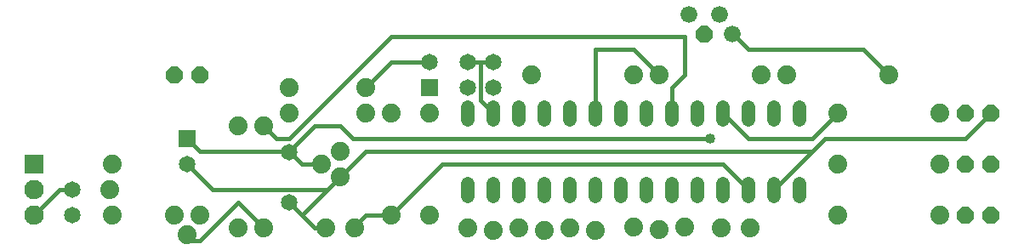
<source format=gbl>
G75*
G70*
%OFA0B0*%
%FSLAX24Y24*%
%IPPOS*%
%LPD*%
%AMOC8*
5,1,8,0,0,1.08239X$1,22.5*
%
%ADD10C,0.0520*%
%ADD11C,0.0740*%
%ADD12C,0.0650*%
%ADD13R,0.0650X0.0650*%
%ADD14R,0.0760X0.0760*%
%ADD15C,0.0760*%
%ADD16OC8,0.0660*%
%ADD17C,0.0660*%
%ADD18C,0.0160*%
%ADD19C,0.0400*%
D10*
X018514Y002849D02*
X018514Y003369D01*
X019514Y003369D02*
X019514Y002849D01*
X020514Y002849D02*
X020514Y003369D01*
X021514Y003369D02*
X021514Y002849D01*
X022514Y002849D02*
X022514Y003369D01*
X023514Y003369D02*
X023514Y002849D01*
X024514Y002849D02*
X024514Y003369D01*
X025514Y003369D02*
X025514Y002849D01*
X026514Y002849D02*
X026514Y003369D01*
X027514Y003369D02*
X027514Y002849D01*
X028514Y002849D02*
X028514Y003369D01*
X029514Y003369D02*
X029514Y002849D01*
X030514Y002849D02*
X030514Y003369D01*
X031514Y003369D02*
X031514Y002849D01*
X031514Y005849D02*
X031514Y006369D01*
X030514Y006369D02*
X030514Y005849D01*
X029514Y005849D02*
X029514Y006369D01*
X028514Y006369D02*
X028514Y005849D01*
X027514Y005849D02*
X027514Y006369D01*
X026514Y006369D02*
X026514Y005849D01*
X025514Y005849D02*
X025514Y006369D01*
X024514Y006369D02*
X024514Y005849D01*
X023514Y005849D02*
X023514Y006369D01*
X022514Y006369D02*
X022514Y005849D01*
X021514Y005849D02*
X021514Y006369D01*
X020514Y006369D02*
X020514Y005849D01*
X019514Y005849D02*
X019514Y006369D01*
X018514Y006369D02*
X018514Y005849D01*
D11*
X017014Y006109D03*
X015514Y006109D03*
X014514Y006109D03*
X014514Y007109D03*
X011514Y007109D03*
X011514Y006109D03*
X010514Y005609D03*
X009514Y005609D03*
X013514Y004609D03*
X012764Y004109D03*
X013514Y003609D03*
X015514Y002109D03*
X017014Y002109D03*
X018514Y001609D03*
X019514Y001509D03*
X020514Y001609D03*
X021514Y001509D03*
X022514Y001609D03*
X023514Y001509D03*
X025014Y001659D03*
X026014Y001559D03*
X027014Y001659D03*
X028444Y001609D03*
X029584Y001609D03*
X033014Y002109D03*
X037014Y002109D03*
X037014Y004109D03*
X033014Y004109D03*
X033014Y006109D03*
X037014Y006109D03*
X035014Y007609D03*
X031014Y007609D03*
X030014Y007609D03*
X026014Y007609D03*
X025014Y007609D03*
X021014Y007609D03*
X004564Y004109D03*
X004464Y003109D03*
X004564Y002109D03*
X007014Y002109D03*
X008014Y002109D03*
X009514Y001609D03*
X010514Y001609D03*
X012944Y001609D03*
X014084Y001609D03*
X007514Y001359D03*
D12*
X011514Y002624D03*
X007514Y004109D03*
X011514Y004593D03*
X003014Y003109D03*
X003014Y002109D03*
X018514Y007109D03*
X019514Y007109D03*
X019514Y008109D03*
X018514Y008109D03*
X017014Y008109D03*
D13*
X017014Y007109D03*
X007514Y005109D03*
D14*
X001514Y004109D03*
D15*
X001514Y002109D03*
X001514Y003109D03*
D16*
X007014Y007609D03*
X008014Y007609D03*
X027764Y009227D03*
X038014Y006109D03*
X039014Y006109D03*
X039014Y004109D03*
X038014Y004109D03*
X038014Y002109D03*
X039014Y002109D03*
D17*
X028864Y009227D03*
X028364Y009990D03*
X027164Y009990D03*
D18*
X028864Y009227D02*
X029014Y009109D01*
X029514Y008609D01*
X034014Y008609D01*
X035014Y007609D01*
X033014Y006109D02*
X032014Y005109D01*
X029514Y005109D01*
X028514Y006109D01*
X026514Y006109D02*
X026514Y007109D01*
X027014Y007609D01*
X027014Y009109D01*
X015514Y009109D01*
X011514Y005109D01*
X011014Y005109D01*
X010514Y005609D01*
X011514Y004609D02*
X012514Y005609D01*
X013514Y005609D01*
X014014Y005109D01*
X028014Y005109D01*
X028514Y004109D02*
X017514Y004109D01*
X015514Y002109D01*
X014514Y002109D01*
X014014Y001609D01*
X014084Y001609D01*
X013014Y001609D02*
X012944Y001609D01*
X012514Y001609D01*
X012014Y002109D01*
X013014Y003109D01*
X008514Y003109D01*
X007514Y004109D01*
X008014Y004609D02*
X011514Y004609D01*
X011514Y004593D01*
X011514Y004609D02*
X012014Y004109D01*
X012764Y004109D01*
X013514Y003609D02*
X014514Y004609D01*
X032014Y004609D01*
X030514Y003109D01*
X029514Y003109D02*
X028514Y004109D01*
X032014Y004609D02*
X032514Y005109D01*
X038014Y005109D01*
X039014Y006109D01*
X026014Y007609D02*
X025014Y008609D01*
X023514Y008609D01*
X023514Y006109D01*
X019514Y006109D02*
X019014Y006609D01*
X019014Y008109D01*
X019514Y008109D01*
X019014Y008109D02*
X018514Y008109D01*
X017014Y008109D02*
X015514Y008109D01*
X014514Y007109D01*
X008014Y004609D02*
X007514Y005109D01*
X013014Y003109D02*
X013514Y003609D01*
X012014Y002109D02*
X011514Y002609D01*
X011514Y002624D01*
X010514Y001609D02*
X009514Y002609D01*
X008014Y001109D01*
X007514Y001109D01*
X007514Y001359D01*
X003014Y003109D02*
X002514Y003109D01*
X001514Y002109D01*
D19*
X028014Y005109D03*
M02*

</source>
